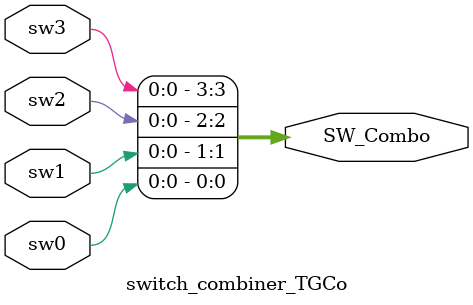
<source format=v>
module switch_combiner_TGCo(sw0, sw1, sw2, sw3, SW_Combo);

	input sw0, sw1, sw2, sw3;
	output [3:0] SW_Combo;
	
	assign SW_Combo[3] = sw3;
	assign SW_Combo[2] = sw2;
	assign SW_Combo[1] = sw1;
	assign SW_Combo[0] = sw0;
endmodule
</source>
